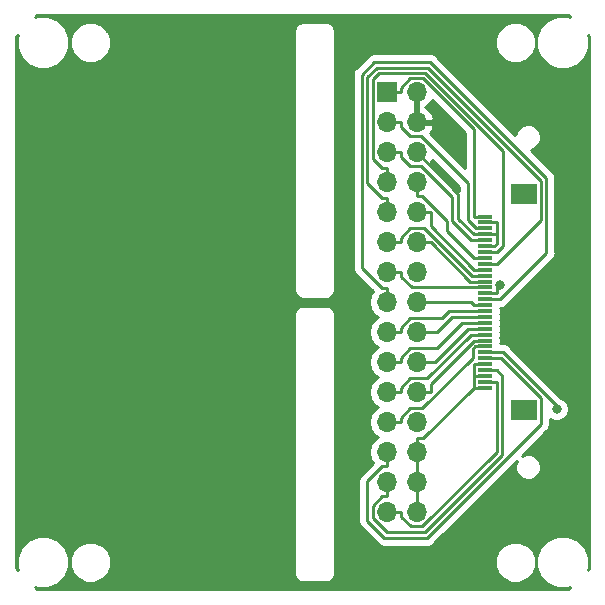
<source format=gbr>
G04 #@! TF.GenerationSoftware,KiCad,Pcbnew,5.0.2-bee76a0~70~ubuntu18.04.1*
G04 #@! TF.CreationDate,2019-05-12T18:15:27+09:00*
G04 #@! TF.ProjectId,top_pcb,746f705f-7063-4622-9e6b-696361645f70,rev?*
G04 #@! TF.SameCoordinates,Original*
G04 #@! TF.FileFunction,Copper,L2,Bot*
G04 #@! TF.FilePolarity,Positive*
%FSLAX46Y46*%
G04 Gerber Fmt 4.6, Leading zero omitted, Abs format (unit mm)*
G04 Created by KiCad (PCBNEW 5.0.2-bee76a0~70~ubuntu18.04.1) date 2019年05月12日 18時15分27秒*
%MOMM*%
%LPD*%
G01*
G04 APERTURE LIST*
G04 #@! TA.AperFunction,SMDPad,CuDef*
%ADD10R,2.200000X1.800000*%
G04 #@! TD*
G04 #@! TA.AperFunction,SMDPad,CuDef*
%ADD11R,1.300000X0.300000*%
G04 #@! TD*
G04 #@! TA.AperFunction,ComponentPad*
%ADD12R,1.700000X1.700000*%
G04 #@! TD*
G04 #@! TA.AperFunction,ComponentPad*
%ADD13O,1.700000X1.700000*%
G04 #@! TD*
G04 #@! TA.AperFunction,ViaPad*
%ADD14C,0.800000*%
G04 #@! TD*
G04 #@! TA.AperFunction,Conductor*
%ADD15C,0.250000*%
G04 #@! TD*
G04 #@! TA.AperFunction,Conductor*
%ADD16C,0.254000*%
G04 #@! TD*
G04 APERTURE END LIST*
D10*
G04 #@! TO.P,J1,MP*
G04 #@! TO.N,N/C*
X143704000Y-84150000D03*
X143704000Y-65850000D03*
D11*
G04 #@! TO.P,J1,1*
G04 #@! TO.N,G35*
X140454000Y-67750000D03*
G04 #@! TO.P,J1,2*
G04 #@! TO.N,GND*
X140454000Y-68250000D03*
G04 #@! TO.P,J1,3*
G04 #@! TO.N,G36*
X140454000Y-68750000D03*
G04 #@! TO.P,J1,4*
G04 #@! TO.N,GND*
X140454000Y-69250000D03*
G04 #@! TO.P,J1,5*
G04 #@! TO.N,RST*
X140454000Y-69750000D03*
G04 #@! TO.P,J1,6*
G04 #@! TO.N,GND*
X140454000Y-70250000D03*
G04 #@! TO.P,J1,7*
G04 #@! TO.N,G25*
X140454000Y-70750000D03*
G04 #@! TO.P,J1,8*
G04 #@! TO.N,G23*
X140454000Y-71250000D03*
G04 #@! TO.P,J1,9*
G04 #@! TO.N,G26*
X140454000Y-71750000D03*
G04 #@! TO.P,J1,10*
G04 #@! TO.N,G19*
X140454000Y-72250000D03*
G04 #@! TO.P,J1,11*
G04 #@! TO.N,+3V3*
X140454000Y-72750000D03*
G04 #@! TO.P,J1,12*
G04 #@! TO.N,G18*
X140454000Y-73250000D03*
G04 #@! TO.P,J1,13*
G04 #@! TO.N,G1*
X140454000Y-73750000D03*
G04 #@! TO.P,J1,14*
G04 #@! TO.N,G3*
X140454000Y-74250000D03*
G04 #@! TO.P,J1,15*
G04 #@! TO.N,G17*
X140454000Y-74750000D03*
G04 #@! TO.P,J1,16*
G04 #@! TO.N,G16*
X140454000Y-75250000D03*
G04 #@! TO.P,J1,17*
G04 #@! TO.N,G22*
X140454000Y-75750000D03*
G04 #@! TO.P,J1,18*
G04 #@! TO.N,G21*
X140454000Y-76250000D03*
G04 #@! TO.P,J1,19*
G04 #@! TO.N,G5*
X140454000Y-76750000D03*
G04 #@! TO.P,J1,20*
G04 #@! TO.N,G2*
X140454000Y-77250000D03*
G04 #@! TO.P,J1,21*
G04 #@! TO.N,G13*
X140454000Y-77750000D03*
G04 #@! TO.P,J1,22*
G04 #@! TO.N,G12*
X140454000Y-78250000D03*
G04 #@! TO.P,J1,23*
G04 #@! TO.N,G0*
X140454000Y-78750000D03*
G04 #@! TO.P,J1,24*
G04 #@! TO.N,G15*
X140454000Y-79250000D03*
G04 #@! TO.P,J1,25*
G04 #@! TO.N,G34*
X140454000Y-79750000D03*
G04 #@! TO.P,J1,26*
G04 #@! TO.N,HPWR*
X140454000Y-80250000D03*
G04 #@! TO.P,J1,27*
G04 #@! TO.N,+5V*
X140454000Y-80750000D03*
G04 #@! TO.P,J1,28*
G04 #@! TO.N,HPWR*
X140454000Y-81250000D03*
G04 #@! TO.P,J1,29*
G04 #@! TO.N,+BATT*
X140454000Y-81750000D03*
G04 #@! TO.P,J1,30*
G04 #@! TO.N,HPWR*
X140454000Y-82250000D03*
G04 #@! TD*
D12*
G04 #@! TO.P,J3,1*
G04 #@! TO.N,G35*
X132105000Y-57220000D03*
D13*
G04 #@! TO.P,J3,2*
G04 #@! TO.N,GND*
X134645000Y-57220000D03*
G04 #@! TO.P,J3,3*
G04 #@! TO.N,G36*
X132105000Y-59760000D03*
G04 #@! TO.P,J3,4*
G04 #@! TO.N,GND*
X134645000Y-59760000D03*
G04 #@! TO.P,J3,5*
G04 #@! TO.N,RST*
X132105000Y-62300000D03*
G04 #@! TO.P,J3,6*
G04 #@! TO.N,GND*
X134645000Y-62300000D03*
G04 #@! TO.P,J3,7*
G04 #@! TO.N,G25*
X132105000Y-64840000D03*
G04 #@! TO.P,J3,8*
G04 #@! TO.N,G23*
X134645000Y-64840000D03*
G04 #@! TO.P,J3,9*
G04 #@! TO.N,G26*
X132105000Y-67380000D03*
G04 #@! TO.P,J3,10*
G04 #@! TO.N,G19*
X134645000Y-67380000D03*
G04 #@! TO.P,J3,11*
G04 #@! TO.N,+3V3*
X132105000Y-69920000D03*
G04 #@! TO.P,J3,12*
G04 #@! TO.N,G18*
X134645000Y-69920000D03*
G04 #@! TO.P,J3,13*
G04 #@! TO.N,G1*
X132105000Y-72460000D03*
G04 #@! TO.P,J3,14*
G04 #@! TO.N,G3*
X134645000Y-72460000D03*
G04 #@! TO.P,J3,15*
G04 #@! TO.N,G17*
X132105000Y-75000000D03*
G04 #@! TO.P,J3,16*
G04 #@! TO.N,G16*
X134645000Y-75000000D03*
G04 #@! TO.P,J3,17*
G04 #@! TO.N,G22*
X132105000Y-77540000D03*
G04 #@! TO.P,J3,18*
G04 #@! TO.N,G21*
X134645000Y-77540000D03*
G04 #@! TO.P,J3,19*
G04 #@! TO.N,G5*
X132105000Y-80080000D03*
G04 #@! TO.P,J3,20*
G04 #@! TO.N,G2*
X134645000Y-80080000D03*
G04 #@! TO.P,J3,21*
G04 #@! TO.N,G13*
X132105000Y-82620000D03*
G04 #@! TO.P,J3,22*
G04 #@! TO.N,G12*
X134645000Y-82620000D03*
G04 #@! TO.P,J3,23*
G04 #@! TO.N,G0*
X132105000Y-85160000D03*
G04 #@! TO.P,J3,24*
G04 #@! TO.N,G15*
X134645000Y-85160000D03*
G04 #@! TO.P,J3,25*
G04 #@! TO.N,G34*
X132105000Y-87700000D03*
G04 #@! TO.P,J3,26*
G04 #@! TO.N,HPWR*
X134645000Y-87700000D03*
G04 #@! TO.P,J3,27*
G04 #@! TO.N,+5V*
X132105000Y-90240000D03*
G04 #@! TO.P,J3,28*
G04 #@! TO.N,HPWR*
X134645000Y-90240000D03*
G04 #@! TO.P,J3,29*
G04 #@! TO.N,+BATT*
X132105000Y-92780000D03*
G04 #@! TO.P,J3,30*
G04 #@! TO.N,HPWR*
X134645000Y-92780000D03*
G04 #@! TD*
D14*
G04 #@! TO.N,GND*
X144411700Y-55232300D03*
X105740200Y-55270400D03*
X105638600Y-94919800D03*
X144284700Y-94856300D03*
G04 #@! TO.N,G3*
X141731600Y-73577600D03*
G04 #@! TO.N,G15*
X146481600Y-84045900D03*
G04 #@! TD*
D15*
G04 #@! TO.N,GND*
X140454000Y-69250000D02*
X139478700Y-69250000D01*
X134645000Y-62300000D02*
X138173600Y-65828600D01*
X138173600Y-65828600D02*
X138173600Y-67944900D01*
X138173600Y-67944900D02*
X139478700Y-69250000D01*
X134645000Y-57220000D02*
X134645000Y-59760000D01*
X140454000Y-68250000D02*
X141429300Y-68250000D01*
X141429300Y-69250000D02*
X141429300Y-68250000D01*
X141316700Y-69250000D02*
X141429300Y-69250000D01*
X140454000Y-69250000D02*
X141316700Y-69250000D01*
X140454000Y-70250000D02*
X141215800Y-70250000D01*
X141215800Y-70250000D02*
X141429300Y-70036500D01*
X141429300Y-70036500D02*
X141429300Y-69250000D01*
X105740200Y-55270400D02*
X105740200Y-94818200D01*
X105740200Y-94818200D02*
X105638600Y-94919800D01*
G04 #@! TO.N,G23*
X134645000Y-66015300D02*
X135096000Y-66015300D01*
X135096000Y-66015300D02*
X137168400Y-68087700D01*
X137168400Y-68087700D02*
X137168400Y-68939700D01*
X137168400Y-68939700D02*
X139478700Y-71250000D01*
X140454000Y-71250000D02*
X139478700Y-71250000D01*
X134645000Y-64840000D02*
X134645000Y-66015300D01*
G04 #@! TO.N,G19*
X135820300Y-67380000D02*
X135820300Y-68591600D01*
X135820300Y-68591600D02*
X139478700Y-72250000D01*
X140454000Y-72250000D02*
X139478700Y-72250000D01*
X134645000Y-67380000D02*
X135820300Y-67380000D01*
G04 #@! TO.N,G18*
X135820300Y-69920000D02*
X139150300Y-73250000D01*
X139150300Y-73250000D02*
X140454000Y-73250000D01*
X134645000Y-69920000D02*
X135820300Y-69920000D01*
G04 #@! TO.N,G3*
X140454000Y-74250000D02*
X141429300Y-74250000D01*
X141429300Y-74250000D02*
X141429300Y-73879900D01*
X141429300Y-73879900D02*
X141731600Y-73577600D01*
G04 #@! TO.N,G16*
X139478700Y-75250000D02*
X139228700Y-75000000D01*
X139228700Y-75000000D02*
X135820300Y-75000000D01*
X140454000Y-75250000D02*
X139478700Y-75250000D01*
X134645000Y-75000000D02*
X135820300Y-75000000D01*
G04 #@! TO.N,G21*
X134645000Y-77540000D02*
X136338400Y-77540000D01*
X136338400Y-77540000D02*
X137628400Y-76250000D01*
X137628400Y-76250000D02*
X140454000Y-76250000D01*
G04 #@! TO.N,G2*
X134645000Y-80080000D02*
X136192600Y-80080000D01*
X136192600Y-80080000D02*
X139022600Y-77250000D01*
X139022600Y-77250000D02*
X140454000Y-77250000D01*
G04 #@! TO.N,G12*
X140454000Y-78250000D02*
X139478700Y-78250000D01*
X134645000Y-82620000D02*
X135820300Y-82620000D01*
X135820300Y-82620000D02*
X135820300Y-81908400D01*
X135820300Y-81908400D02*
X139478700Y-78250000D01*
G04 #@! TO.N,G15*
X140454000Y-79250000D02*
X141957300Y-79250000D01*
X141957300Y-79250000D02*
X146481600Y-83774300D01*
X146481600Y-83774300D02*
X146481600Y-84045900D01*
G04 #@! TO.N,HPWR*
X134645000Y-90240000D02*
X134645000Y-87700000D01*
X134645000Y-92780000D02*
X134645000Y-90240000D01*
X140454000Y-80250000D02*
X139478700Y-80250000D01*
X139478700Y-81250000D02*
X139478700Y-80250000D01*
X139478700Y-82250000D02*
X139478700Y-81250000D01*
X134645000Y-86524700D02*
X135204000Y-86524700D01*
X135204000Y-86524700D02*
X139478700Y-82250000D01*
X140454000Y-81250000D02*
X139478700Y-81250000D01*
X134645000Y-87700000D02*
X134645000Y-86524700D01*
X140454000Y-82250000D02*
X139478700Y-82250000D01*
G04 #@! TO.N,+BATT*
X140454000Y-81750000D02*
X141429300Y-81750000D01*
X132105000Y-92780000D02*
X133280300Y-92780000D01*
X133280300Y-92780000D02*
X133280300Y-93147300D01*
X133280300Y-93147300D02*
X134118200Y-93985200D01*
X134118200Y-93985200D02*
X135133500Y-93985200D01*
X135133500Y-93985200D02*
X141429300Y-87689400D01*
X141429300Y-87689400D02*
X141429300Y-81750000D01*
G04 #@! TO.N,+5V*
X140454000Y-80750000D02*
X141429300Y-80750000D01*
X132105000Y-90240000D02*
X132105000Y-91415300D01*
X132105000Y-91415300D02*
X131737700Y-91415300D01*
X131737700Y-91415300D02*
X130923400Y-92229600D01*
X130923400Y-92229600D02*
X130923400Y-93310500D01*
X130923400Y-93310500D02*
X132090600Y-94477700D01*
X132090600Y-94477700D02*
X135321500Y-94477700D01*
X135321500Y-94477700D02*
X141890400Y-87908800D01*
X141890400Y-87908800D02*
X141890400Y-81211100D01*
X141890400Y-81211100D02*
X141429300Y-80750000D01*
G04 #@! TO.N,G34*
X132105000Y-88875300D02*
X131739700Y-88875300D01*
X131739700Y-88875300D02*
X130473000Y-90142000D01*
X130473000Y-90142000D02*
X130473000Y-93497000D01*
X130473000Y-93497000D02*
X131904100Y-94928100D01*
X131904100Y-94928100D02*
X135551600Y-94928100D01*
X135551600Y-94928100D02*
X145129400Y-85350300D01*
X145129400Y-85350300D02*
X145129400Y-83071000D01*
X145129400Y-83071000D02*
X141808400Y-79750000D01*
X141808400Y-79750000D02*
X140454000Y-79750000D01*
X132105000Y-87700000D02*
X132105000Y-88875300D01*
G04 #@! TO.N,G0*
X132105000Y-85160000D02*
X133280300Y-85160000D01*
X133280300Y-85160000D02*
X133280300Y-84792600D01*
X133280300Y-84792600D02*
X134088200Y-83984700D01*
X134088200Y-83984700D02*
X135105100Y-83984700D01*
X135105100Y-83984700D02*
X139375500Y-79714300D01*
X139375500Y-79714300D02*
X139375500Y-78990100D01*
X139375500Y-78990100D02*
X139615600Y-78750000D01*
X139615600Y-78750000D02*
X140454000Y-78750000D01*
G04 #@! TO.N,G13*
X140454000Y-77750000D02*
X139478700Y-77750000D01*
X133280300Y-82620000D02*
X133280300Y-82252600D01*
X133280300Y-82252600D02*
X134088200Y-81444700D01*
X134088200Y-81444700D02*
X135533200Y-81444700D01*
X135533200Y-81444700D02*
X139227900Y-77750000D01*
X139227900Y-77750000D02*
X139478700Y-77750000D01*
X132105000Y-82620000D02*
X133280300Y-82620000D01*
G04 #@! TO.N,G5*
X140454000Y-76750000D02*
X138518300Y-76750000D01*
X138518300Y-76750000D02*
X136363600Y-78904700D01*
X136363600Y-78904700D02*
X134088200Y-78904700D01*
X134088200Y-78904700D02*
X133280300Y-79712600D01*
X133280300Y-79712600D02*
X133280300Y-80080000D01*
X132105000Y-80080000D02*
X133280300Y-80080000D01*
G04 #@! TO.N,G22*
X132105000Y-77540000D02*
X133280300Y-77540000D01*
X133280300Y-77540000D02*
X133280300Y-77172600D01*
X133280300Y-77172600D02*
X134088200Y-76364700D01*
X134088200Y-76364700D02*
X136756300Y-76364700D01*
X136756300Y-76364700D02*
X137371000Y-75750000D01*
X137371000Y-75750000D02*
X140454000Y-75750000D01*
G04 #@! TO.N,G17*
X141429300Y-74750000D02*
X141682400Y-74750000D01*
X141682400Y-74750000D02*
X145625300Y-70807100D01*
X145625300Y-70807100D02*
X145625300Y-64522700D01*
X145625300Y-64522700D02*
X135796300Y-54693700D01*
X135796300Y-54693700D02*
X131029500Y-54693700D01*
X131029500Y-54693700D02*
X129986900Y-55736300D01*
X129986900Y-55736300D02*
X129986900Y-72073900D01*
X129986900Y-72073900D02*
X131737700Y-73824700D01*
X131737700Y-73824700D02*
X132105000Y-73824700D01*
X132105000Y-75000000D02*
X132105000Y-73824700D01*
X140454000Y-74750000D02*
X141429300Y-74750000D01*
G04 #@! TO.N,G1*
X132105000Y-72460000D02*
X133280300Y-72460000D01*
X133280300Y-72460000D02*
X133280300Y-72827300D01*
X133280300Y-72827300D02*
X134203000Y-73750000D01*
X134203000Y-73750000D02*
X140454000Y-73750000D01*
G04 #@! TO.N,G26*
X140454000Y-71750000D02*
X141429300Y-71750000D01*
X141429300Y-71750000D02*
X145175000Y-68004300D01*
X145175000Y-68004300D02*
X145175000Y-64709300D01*
X145175000Y-64709300D02*
X135609700Y-55144000D01*
X135609700Y-55144000D02*
X131257500Y-55144000D01*
X131257500Y-55144000D02*
X130451400Y-55950100D01*
X130451400Y-55950100D02*
X130451400Y-64918500D01*
X130451400Y-64918500D02*
X131737600Y-66204700D01*
X131737600Y-66204700D02*
X132105000Y-66204700D01*
X132105000Y-67380000D02*
X132105000Y-66204700D01*
G04 #@! TO.N,G25*
X132105000Y-64840000D02*
X132105000Y-63664700D01*
X141429300Y-70750000D02*
X141929300Y-70250000D01*
X141929300Y-70250000D02*
X141929300Y-62180100D01*
X141929300Y-62180100D02*
X135343500Y-55594300D01*
X135343500Y-55594300D02*
X131463800Y-55594300D01*
X131463800Y-55594300D02*
X130929700Y-56128400D01*
X130929700Y-56128400D02*
X130929700Y-62856800D01*
X130929700Y-62856800D02*
X131737600Y-63664700D01*
X131737600Y-63664700D02*
X132105000Y-63664700D01*
X140454000Y-70750000D02*
X141429300Y-70750000D01*
G04 #@! TO.N,RST*
X133280300Y-62300000D02*
X133280300Y-62667400D01*
X133280300Y-62667400D02*
X134088200Y-63475300D01*
X134088200Y-63475300D02*
X135012400Y-63475300D01*
X135012400Y-63475300D02*
X137618700Y-66081600D01*
X137618700Y-66081600D02*
X137618700Y-68089000D01*
X137618700Y-68089000D02*
X139279700Y-69750000D01*
X139279700Y-69750000D02*
X139478700Y-69750000D01*
X140454000Y-69750000D02*
X139478700Y-69750000D01*
X132105000Y-62300000D02*
X133280300Y-62300000D01*
G04 #@! TO.N,G36*
X132105000Y-59760000D02*
X133280300Y-59760000D01*
X133280300Y-59760000D02*
X133280300Y-60127400D01*
X133280300Y-60127400D02*
X134088200Y-60935300D01*
X134088200Y-60935300D02*
X134969700Y-60935300D01*
X134969700Y-60935300D02*
X138985000Y-64950600D01*
X138985000Y-64950600D02*
X138985000Y-68046100D01*
X138985000Y-68046100D02*
X139688900Y-68750000D01*
X139688900Y-68750000D02*
X140454000Y-68750000D01*
G04 #@! TO.N,G35*
X140454000Y-67750000D02*
X139478700Y-67750000D01*
X132105000Y-57220000D02*
X133280300Y-57220000D01*
X133280300Y-57220000D02*
X133280300Y-56852600D01*
X133280300Y-56852600D02*
X134088200Y-56044700D01*
X134088200Y-56044700D02*
X135157000Y-56044700D01*
X135157000Y-56044700D02*
X139478700Y-60366400D01*
X139478700Y-60366400D02*
X139478700Y-67750000D01*
G04 #@! TO.N,+3V3*
X132105000Y-69920000D02*
X133280300Y-69920000D01*
X133280300Y-69920000D02*
X133280300Y-69552700D01*
X133280300Y-69552700D02*
X134107000Y-68726000D01*
X134107000Y-68726000D02*
X135263200Y-68726000D01*
X135263200Y-68726000D02*
X139287200Y-72750000D01*
X139287200Y-72750000D02*
X140454000Y-72750000D01*
G04 #@! TD*
D16*
G04 #@! TO.N,GND*
G36*
X147643175Y-50847265D02*
X147444569Y-50765000D01*
X146555431Y-50765000D01*
X145733974Y-51105259D01*
X145105259Y-51733974D01*
X144765000Y-52555431D01*
X144765000Y-53444569D01*
X145105259Y-54266026D01*
X145733974Y-54894741D01*
X146555431Y-55235000D01*
X147444569Y-55235000D01*
X148266026Y-54894741D01*
X148894741Y-54266026D01*
X149235000Y-53444569D01*
X149235000Y-52555431D01*
X149152736Y-52356827D01*
X149265000Y-52469092D01*
X149265001Y-97530907D01*
X149152736Y-97643173D01*
X149235000Y-97444569D01*
X149235000Y-96555431D01*
X148894741Y-95733974D01*
X148266026Y-95105259D01*
X147444569Y-94765000D01*
X146555431Y-94765000D01*
X145733974Y-95105259D01*
X145105259Y-95733974D01*
X144765000Y-96555431D01*
X144765000Y-97444569D01*
X145105259Y-98266026D01*
X145733974Y-98894741D01*
X146555431Y-99235000D01*
X147444569Y-99235000D01*
X147643175Y-99152735D01*
X147505910Y-99290000D01*
X102494092Y-99290000D01*
X102356827Y-99152736D01*
X102555431Y-99235000D01*
X103444569Y-99235000D01*
X104266026Y-98894741D01*
X104894741Y-98266026D01*
X105235000Y-97444569D01*
X105235000Y-96654887D01*
X105265000Y-96654887D01*
X105265000Y-97345113D01*
X105529138Y-97982799D01*
X106017201Y-98470862D01*
X106654887Y-98735000D01*
X107345113Y-98735000D01*
X107982799Y-98470862D01*
X108470862Y-97982799D01*
X108735000Y-97345113D01*
X108735000Y-96654887D01*
X108470862Y-96017201D01*
X107982799Y-95529138D01*
X107345113Y-95265000D01*
X106654887Y-95265000D01*
X106017201Y-95529138D01*
X105529138Y-96017201D01*
X105265000Y-96654887D01*
X105235000Y-96654887D01*
X105235000Y-96555431D01*
X104894741Y-95733974D01*
X104266026Y-95105259D01*
X103444569Y-94765000D01*
X102555431Y-94765000D01*
X101733974Y-95105259D01*
X101105259Y-95733974D01*
X100765000Y-96555431D01*
X100765000Y-97444569D01*
X100847265Y-97643175D01*
X100710000Y-97505910D01*
X100710000Y-76000000D01*
X124276091Y-76000000D01*
X124290000Y-76069926D01*
X124290001Y-97930069D01*
X124276091Y-98000000D01*
X124331195Y-98277028D01*
X124488119Y-98511881D01*
X124722972Y-98668805D01*
X124930074Y-98710000D01*
X124930075Y-98710000D01*
X125000000Y-98723909D01*
X125069926Y-98710000D01*
X126930074Y-98710000D01*
X127000000Y-98723909D01*
X127069925Y-98710000D01*
X127069926Y-98710000D01*
X127277028Y-98668805D01*
X127511881Y-98511881D01*
X127668805Y-98277028D01*
X127708587Y-98077028D01*
X127710000Y-98069926D01*
X127710000Y-98069925D01*
X127723909Y-98000000D01*
X127710000Y-97930074D01*
X127710000Y-96654887D01*
X141265000Y-96654887D01*
X141265000Y-97345113D01*
X141529138Y-97982799D01*
X142017201Y-98470862D01*
X142654887Y-98735000D01*
X143345113Y-98735000D01*
X143982799Y-98470862D01*
X144470862Y-97982799D01*
X144735000Y-97345113D01*
X144735000Y-96654887D01*
X144470862Y-96017201D01*
X143982799Y-95529138D01*
X143345113Y-95265000D01*
X142654887Y-95265000D01*
X142017201Y-95529138D01*
X141529138Y-96017201D01*
X141265000Y-96654887D01*
X127710000Y-96654887D01*
X127710000Y-76069926D01*
X127723909Y-76000000D01*
X127668805Y-75722972D01*
X127511881Y-75488119D01*
X127277028Y-75331195D01*
X127069926Y-75290000D01*
X127000000Y-75276091D01*
X126930075Y-75290000D01*
X125069925Y-75290000D01*
X125000000Y-75276091D01*
X124930074Y-75290000D01*
X124722972Y-75331195D01*
X124488119Y-75488119D01*
X124331195Y-75722972D01*
X124276091Y-76000000D01*
X100710000Y-76000000D01*
X100710000Y-52494090D01*
X100847265Y-52356825D01*
X100765000Y-52555431D01*
X100765000Y-53444569D01*
X101105259Y-54266026D01*
X101733974Y-54894741D01*
X102555431Y-55235000D01*
X103444569Y-55235000D01*
X104266026Y-54894741D01*
X104894741Y-54266026D01*
X105235000Y-53444569D01*
X105235000Y-52654887D01*
X105265000Y-52654887D01*
X105265000Y-53345113D01*
X105529138Y-53982799D01*
X106017201Y-54470862D01*
X106654887Y-54735000D01*
X107345113Y-54735000D01*
X107982799Y-54470862D01*
X108470862Y-53982799D01*
X108735000Y-53345113D01*
X108735000Y-52654887D01*
X108470862Y-52017201D01*
X108453661Y-52000000D01*
X124276091Y-52000000D01*
X124290000Y-52069926D01*
X124290001Y-73930069D01*
X124276091Y-74000000D01*
X124331195Y-74277028D01*
X124488119Y-74511881D01*
X124722972Y-74668805D01*
X124930074Y-74710000D01*
X124930075Y-74710000D01*
X125000000Y-74723909D01*
X125069926Y-74710000D01*
X126930074Y-74710000D01*
X127000000Y-74723909D01*
X127069925Y-74710000D01*
X127069926Y-74710000D01*
X127277028Y-74668805D01*
X127511881Y-74511881D01*
X127668805Y-74277028D01*
X127723909Y-74000000D01*
X127710000Y-73930074D01*
X127710000Y-55736300D01*
X129212012Y-55736300D01*
X129226900Y-55811147D01*
X129226901Y-71999048D01*
X129212012Y-72073900D01*
X129270997Y-72370437D01*
X129389267Y-72547440D01*
X129438972Y-72621829D01*
X129502428Y-72664229D01*
X130927509Y-74089311D01*
X130706161Y-74420582D01*
X130590908Y-75000000D01*
X130706161Y-75579418D01*
X131034375Y-76070625D01*
X131332761Y-76270000D01*
X131034375Y-76469375D01*
X130706161Y-76960582D01*
X130590908Y-77540000D01*
X130706161Y-78119418D01*
X131034375Y-78610625D01*
X131332761Y-78810000D01*
X131034375Y-79009375D01*
X130706161Y-79500582D01*
X130590908Y-80080000D01*
X130706161Y-80659418D01*
X131034375Y-81150625D01*
X131332761Y-81350000D01*
X131034375Y-81549375D01*
X130706161Y-82040582D01*
X130590908Y-82620000D01*
X130706161Y-83199418D01*
X131034375Y-83690625D01*
X131332761Y-83890000D01*
X131034375Y-84089375D01*
X130706161Y-84580582D01*
X130590908Y-85160000D01*
X130706161Y-85739418D01*
X131034375Y-86230625D01*
X131332761Y-86430000D01*
X131034375Y-86629375D01*
X130706161Y-87120582D01*
X130590908Y-87700000D01*
X130706161Y-88279418D01*
X130928310Y-88611887D01*
X129988530Y-89551669D01*
X129925071Y-89594071D01*
X129757096Y-89845464D01*
X129713000Y-90067149D01*
X129713000Y-90067153D01*
X129698112Y-90142000D01*
X129713000Y-90216847D01*
X129713001Y-93422148D01*
X129698112Y-93497000D01*
X129757097Y-93793537D01*
X129843060Y-93922189D01*
X129925072Y-94044929D01*
X129988528Y-94087329D01*
X131313771Y-95412573D01*
X131356171Y-95476029D01*
X131607563Y-95644004D01*
X131829248Y-95688100D01*
X131829252Y-95688100D01*
X131904099Y-95702988D01*
X131978946Y-95688100D01*
X135476753Y-95688100D01*
X135551600Y-95702988D01*
X135626447Y-95688100D01*
X135626452Y-95688100D01*
X135848137Y-95644004D01*
X136099529Y-95476029D01*
X136141931Y-95412570D01*
X143122417Y-88432085D01*
X142989000Y-88754180D01*
X142989000Y-89185820D01*
X143154182Y-89584603D01*
X143459397Y-89889818D01*
X143858180Y-90055000D01*
X144289820Y-90055000D01*
X144688603Y-89889818D01*
X144993818Y-89584603D01*
X145159000Y-89185820D01*
X145159000Y-88754180D01*
X144993818Y-88355397D01*
X144688603Y-88050182D01*
X144289820Y-87885000D01*
X143858180Y-87885000D01*
X143536085Y-88018417D01*
X145613873Y-85940629D01*
X145677329Y-85898229D01*
X145737086Y-85808796D01*
X145845304Y-85646838D01*
X145854880Y-85598695D01*
X145889400Y-85425152D01*
X145889400Y-85425148D01*
X145904288Y-85350300D01*
X145889400Y-85275452D01*
X145889400Y-84917411D01*
X145895320Y-84923331D01*
X146275726Y-85080900D01*
X146687474Y-85080900D01*
X147067880Y-84923331D01*
X147359031Y-84632180D01*
X147516600Y-84251774D01*
X147516600Y-83840026D01*
X147359031Y-83459620D01*
X147067880Y-83168469D01*
X146867623Y-83085520D01*
X142547631Y-78765530D01*
X142505229Y-78702071D01*
X142253837Y-78534096D01*
X142032152Y-78490000D01*
X142032147Y-78490000D01*
X141957300Y-78475112D01*
X141882453Y-78490000D01*
X141733538Y-78490000D01*
X141751440Y-78400000D01*
X141751440Y-78100000D01*
X141731549Y-78000000D01*
X141751440Y-77900000D01*
X141751440Y-77600000D01*
X141731549Y-77500000D01*
X141751440Y-77400000D01*
X141751440Y-77100000D01*
X141731549Y-77000000D01*
X141751440Y-76900000D01*
X141751440Y-76600000D01*
X141731549Y-76500000D01*
X141751440Y-76400000D01*
X141751440Y-76100000D01*
X141731549Y-76000000D01*
X141751440Y-75900000D01*
X141751440Y-75600000D01*
X141734440Y-75514536D01*
X141757247Y-75510000D01*
X141757252Y-75510000D01*
X141978937Y-75465904D01*
X142230329Y-75297929D01*
X142272731Y-75234470D01*
X146109773Y-71397429D01*
X146173229Y-71355029D01*
X146243407Y-71250000D01*
X146341204Y-71103638D01*
X146361452Y-71001843D01*
X146385300Y-70881952D01*
X146385300Y-70881948D01*
X146400188Y-70807100D01*
X146385300Y-70732252D01*
X146385300Y-64597546D01*
X146400188Y-64522699D01*
X146385300Y-64447852D01*
X146385300Y-64447848D01*
X146341204Y-64226163D01*
X146173229Y-63974771D01*
X146109773Y-63932371D01*
X144291646Y-62114244D01*
X144688603Y-61949818D01*
X144993818Y-61644603D01*
X145159000Y-61245820D01*
X145159000Y-60814180D01*
X144993818Y-60415397D01*
X144688603Y-60110182D01*
X144289820Y-59945000D01*
X143858180Y-59945000D01*
X143459397Y-60110182D01*
X143154182Y-60415397D01*
X142989756Y-60812354D01*
X136386631Y-54209230D01*
X136344229Y-54145771D01*
X136092837Y-53977796D01*
X135871152Y-53933700D01*
X135871147Y-53933700D01*
X135796300Y-53918812D01*
X135721453Y-53933700D01*
X131104346Y-53933700D01*
X131029499Y-53918812D01*
X130954652Y-53933700D01*
X130954648Y-53933700D01*
X130732963Y-53977796D01*
X130481571Y-54145771D01*
X130439171Y-54209227D01*
X129502430Y-55145969D01*
X129438971Y-55188371D01*
X129270996Y-55439764D01*
X129226900Y-55661449D01*
X129226900Y-55661453D01*
X129212012Y-55736300D01*
X127710000Y-55736300D01*
X127710000Y-52654887D01*
X141265000Y-52654887D01*
X141265000Y-53345113D01*
X141529138Y-53982799D01*
X142017201Y-54470862D01*
X142654887Y-54735000D01*
X143345113Y-54735000D01*
X143982799Y-54470862D01*
X144470862Y-53982799D01*
X144735000Y-53345113D01*
X144735000Y-52654887D01*
X144470862Y-52017201D01*
X143982799Y-51529138D01*
X143345113Y-51265000D01*
X142654887Y-51265000D01*
X142017201Y-51529138D01*
X141529138Y-52017201D01*
X141265000Y-52654887D01*
X127710000Y-52654887D01*
X127710000Y-52069926D01*
X127723909Y-52000000D01*
X127668805Y-51722972D01*
X127511881Y-51488119D01*
X127277028Y-51331195D01*
X127069926Y-51290000D01*
X127000000Y-51276091D01*
X126930075Y-51290000D01*
X125069925Y-51290000D01*
X125000000Y-51276091D01*
X124930074Y-51290000D01*
X124722972Y-51331195D01*
X124488119Y-51488119D01*
X124331195Y-51722972D01*
X124276091Y-52000000D01*
X108453661Y-52000000D01*
X107982799Y-51529138D01*
X107345113Y-51265000D01*
X106654887Y-51265000D01*
X106017201Y-51529138D01*
X105529138Y-52017201D01*
X105265000Y-52654887D01*
X105235000Y-52654887D01*
X105235000Y-52555431D01*
X104894741Y-51733974D01*
X104266026Y-51105259D01*
X103444569Y-50765000D01*
X102555431Y-50765000D01*
X102356827Y-50847264D01*
X102494092Y-50710000D01*
X147505910Y-50710000D01*
X147643175Y-50847265D01*
X147643175Y-50847265D01*
G37*
X147643175Y-50847265D02*
X147444569Y-50765000D01*
X146555431Y-50765000D01*
X145733974Y-51105259D01*
X145105259Y-51733974D01*
X144765000Y-52555431D01*
X144765000Y-53444569D01*
X145105259Y-54266026D01*
X145733974Y-54894741D01*
X146555431Y-55235000D01*
X147444569Y-55235000D01*
X148266026Y-54894741D01*
X148894741Y-54266026D01*
X149235000Y-53444569D01*
X149235000Y-52555431D01*
X149152736Y-52356827D01*
X149265000Y-52469092D01*
X149265001Y-97530907D01*
X149152736Y-97643173D01*
X149235000Y-97444569D01*
X149235000Y-96555431D01*
X148894741Y-95733974D01*
X148266026Y-95105259D01*
X147444569Y-94765000D01*
X146555431Y-94765000D01*
X145733974Y-95105259D01*
X145105259Y-95733974D01*
X144765000Y-96555431D01*
X144765000Y-97444569D01*
X145105259Y-98266026D01*
X145733974Y-98894741D01*
X146555431Y-99235000D01*
X147444569Y-99235000D01*
X147643175Y-99152735D01*
X147505910Y-99290000D01*
X102494092Y-99290000D01*
X102356827Y-99152736D01*
X102555431Y-99235000D01*
X103444569Y-99235000D01*
X104266026Y-98894741D01*
X104894741Y-98266026D01*
X105235000Y-97444569D01*
X105235000Y-96654887D01*
X105265000Y-96654887D01*
X105265000Y-97345113D01*
X105529138Y-97982799D01*
X106017201Y-98470862D01*
X106654887Y-98735000D01*
X107345113Y-98735000D01*
X107982799Y-98470862D01*
X108470862Y-97982799D01*
X108735000Y-97345113D01*
X108735000Y-96654887D01*
X108470862Y-96017201D01*
X107982799Y-95529138D01*
X107345113Y-95265000D01*
X106654887Y-95265000D01*
X106017201Y-95529138D01*
X105529138Y-96017201D01*
X105265000Y-96654887D01*
X105235000Y-96654887D01*
X105235000Y-96555431D01*
X104894741Y-95733974D01*
X104266026Y-95105259D01*
X103444569Y-94765000D01*
X102555431Y-94765000D01*
X101733974Y-95105259D01*
X101105259Y-95733974D01*
X100765000Y-96555431D01*
X100765000Y-97444569D01*
X100847265Y-97643175D01*
X100710000Y-97505910D01*
X100710000Y-76000000D01*
X124276091Y-76000000D01*
X124290000Y-76069926D01*
X124290001Y-97930069D01*
X124276091Y-98000000D01*
X124331195Y-98277028D01*
X124488119Y-98511881D01*
X124722972Y-98668805D01*
X124930074Y-98710000D01*
X124930075Y-98710000D01*
X125000000Y-98723909D01*
X125069926Y-98710000D01*
X126930074Y-98710000D01*
X127000000Y-98723909D01*
X127069925Y-98710000D01*
X127069926Y-98710000D01*
X127277028Y-98668805D01*
X127511881Y-98511881D01*
X127668805Y-98277028D01*
X127708587Y-98077028D01*
X127710000Y-98069926D01*
X127710000Y-98069925D01*
X127723909Y-98000000D01*
X127710000Y-97930074D01*
X127710000Y-96654887D01*
X141265000Y-96654887D01*
X141265000Y-97345113D01*
X141529138Y-97982799D01*
X142017201Y-98470862D01*
X142654887Y-98735000D01*
X143345113Y-98735000D01*
X143982799Y-98470862D01*
X144470862Y-97982799D01*
X144735000Y-97345113D01*
X144735000Y-96654887D01*
X144470862Y-96017201D01*
X143982799Y-95529138D01*
X143345113Y-95265000D01*
X142654887Y-95265000D01*
X142017201Y-95529138D01*
X141529138Y-96017201D01*
X141265000Y-96654887D01*
X127710000Y-96654887D01*
X127710000Y-76069926D01*
X127723909Y-76000000D01*
X127668805Y-75722972D01*
X127511881Y-75488119D01*
X127277028Y-75331195D01*
X127069926Y-75290000D01*
X127000000Y-75276091D01*
X126930075Y-75290000D01*
X125069925Y-75290000D01*
X125000000Y-75276091D01*
X124930074Y-75290000D01*
X124722972Y-75331195D01*
X124488119Y-75488119D01*
X124331195Y-75722972D01*
X124276091Y-76000000D01*
X100710000Y-76000000D01*
X100710000Y-52494090D01*
X100847265Y-52356825D01*
X100765000Y-52555431D01*
X100765000Y-53444569D01*
X101105259Y-54266026D01*
X101733974Y-54894741D01*
X102555431Y-55235000D01*
X103444569Y-55235000D01*
X104266026Y-54894741D01*
X104894741Y-54266026D01*
X105235000Y-53444569D01*
X105235000Y-52654887D01*
X105265000Y-52654887D01*
X105265000Y-53345113D01*
X105529138Y-53982799D01*
X106017201Y-54470862D01*
X106654887Y-54735000D01*
X107345113Y-54735000D01*
X107982799Y-54470862D01*
X108470862Y-53982799D01*
X108735000Y-53345113D01*
X108735000Y-52654887D01*
X108470862Y-52017201D01*
X108453661Y-52000000D01*
X124276091Y-52000000D01*
X124290000Y-52069926D01*
X124290001Y-73930069D01*
X124276091Y-74000000D01*
X124331195Y-74277028D01*
X124488119Y-74511881D01*
X124722972Y-74668805D01*
X124930074Y-74710000D01*
X124930075Y-74710000D01*
X125000000Y-74723909D01*
X125069926Y-74710000D01*
X126930074Y-74710000D01*
X127000000Y-74723909D01*
X127069925Y-74710000D01*
X127069926Y-74710000D01*
X127277028Y-74668805D01*
X127511881Y-74511881D01*
X127668805Y-74277028D01*
X127723909Y-74000000D01*
X127710000Y-73930074D01*
X127710000Y-55736300D01*
X129212012Y-55736300D01*
X129226900Y-55811147D01*
X129226901Y-71999048D01*
X129212012Y-72073900D01*
X129270997Y-72370437D01*
X129389267Y-72547440D01*
X129438972Y-72621829D01*
X129502428Y-72664229D01*
X130927509Y-74089311D01*
X130706161Y-74420582D01*
X130590908Y-75000000D01*
X130706161Y-75579418D01*
X131034375Y-76070625D01*
X131332761Y-76270000D01*
X131034375Y-76469375D01*
X130706161Y-76960582D01*
X130590908Y-77540000D01*
X130706161Y-78119418D01*
X131034375Y-78610625D01*
X131332761Y-78810000D01*
X131034375Y-79009375D01*
X130706161Y-79500582D01*
X130590908Y-80080000D01*
X130706161Y-80659418D01*
X131034375Y-81150625D01*
X131332761Y-81350000D01*
X131034375Y-81549375D01*
X130706161Y-82040582D01*
X130590908Y-82620000D01*
X130706161Y-83199418D01*
X131034375Y-83690625D01*
X131332761Y-83890000D01*
X131034375Y-84089375D01*
X130706161Y-84580582D01*
X130590908Y-85160000D01*
X130706161Y-85739418D01*
X131034375Y-86230625D01*
X131332761Y-86430000D01*
X131034375Y-86629375D01*
X130706161Y-87120582D01*
X130590908Y-87700000D01*
X130706161Y-88279418D01*
X130928310Y-88611887D01*
X129988530Y-89551669D01*
X129925071Y-89594071D01*
X129757096Y-89845464D01*
X129713000Y-90067149D01*
X129713000Y-90067153D01*
X129698112Y-90142000D01*
X129713000Y-90216847D01*
X129713001Y-93422148D01*
X129698112Y-93497000D01*
X129757097Y-93793537D01*
X129843060Y-93922189D01*
X129925072Y-94044929D01*
X129988528Y-94087329D01*
X131313771Y-95412573D01*
X131356171Y-95476029D01*
X131607563Y-95644004D01*
X131829248Y-95688100D01*
X131829252Y-95688100D01*
X131904099Y-95702988D01*
X131978946Y-95688100D01*
X135476753Y-95688100D01*
X135551600Y-95702988D01*
X135626447Y-95688100D01*
X135626452Y-95688100D01*
X135848137Y-95644004D01*
X136099529Y-95476029D01*
X136141931Y-95412570D01*
X143122417Y-88432085D01*
X142989000Y-88754180D01*
X142989000Y-89185820D01*
X143154182Y-89584603D01*
X143459397Y-89889818D01*
X143858180Y-90055000D01*
X144289820Y-90055000D01*
X144688603Y-89889818D01*
X144993818Y-89584603D01*
X145159000Y-89185820D01*
X145159000Y-88754180D01*
X144993818Y-88355397D01*
X144688603Y-88050182D01*
X144289820Y-87885000D01*
X143858180Y-87885000D01*
X143536085Y-88018417D01*
X145613873Y-85940629D01*
X145677329Y-85898229D01*
X145737086Y-85808796D01*
X145845304Y-85646838D01*
X145854880Y-85598695D01*
X145889400Y-85425152D01*
X145889400Y-85425148D01*
X145904288Y-85350300D01*
X145889400Y-85275452D01*
X145889400Y-84917411D01*
X145895320Y-84923331D01*
X146275726Y-85080900D01*
X146687474Y-85080900D01*
X147067880Y-84923331D01*
X147359031Y-84632180D01*
X147516600Y-84251774D01*
X147516600Y-83840026D01*
X147359031Y-83459620D01*
X147067880Y-83168469D01*
X146867623Y-83085520D01*
X142547631Y-78765530D01*
X142505229Y-78702071D01*
X142253837Y-78534096D01*
X142032152Y-78490000D01*
X142032147Y-78490000D01*
X141957300Y-78475112D01*
X141882453Y-78490000D01*
X141733538Y-78490000D01*
X141751440Y-78400000D01*
X141751440Y-78100000D01*
X141731549Y-78000000D01*
X141751440Y-77900000D01*
X141751440Y-77600000D01*
X141731549Y-77500000D01*
X141751440Y-77400000D01*
X141751440Y-77100000D01*
X141731549Y-77000000D01*
X141751440Y-76900000D01*
X141751440Y-76600000D01*
X141731549Y-76500000D01*
X141751440Y-76400000D01*
X141751440Y-76100000D01*
X141731549Y-76000000D01*
X141751440Y-75900000D01*
X141751440Y-75600000D01*
X141734440Y-75514536D01*
X141757247Y-75510000D01*
X141757252Y-75510000D01*
X141978937Y-75465904D01*
X142230329Y-75297929D01*
X142272731Y-75234470D01*
X146109773Y-71397429D01*
X146173229Y-71355029D01*
X146243407Y-71250000D01*
X146341204Y-71103638D01*
X146361452Y-71001843D01*
X146385300Y-70881952D01*
X146385300Y-70881948D01*
X146400188Y-70807100D01*
X146385300Y-70732252D01*
X146385300Y-64597546D01*
X146400188Y-64522699D01*
X146385300Y-64447852D01*
X146385300Y-64447848D01*
X146341204Y-64226163D01*
X146173229Y-63974771D01*
X146109773Y-63932371D01*
X144291646Y-62114244D01*
X144688603Y-61949818D01*
X144993818Y-61644603D01*
X145159000Y-61245820D01*
X145159000Y-60814180D01*
X144993818Y-60415397D01*
X144688603Y-60110182D01*
X144289820Y-59945000D01*
X143858180Y-59945000D01*
X143459397Y-60110182D01*
X143154182Y-60415397D01*
X142989756Y-60812354D01*
X136386631Y-54209230D01*
X136344229Y-54145771D01*
X136092837Y-53977796D01*
X135871152Y-53933700D01*
X135871147Y-53933700D01*
X135796300Y-53918812D01*
X135721453Y-53933700D01*
X131104346Y-53933700D01*
X131029499Y-53918812D01*
X130954652Y-53933700D01*
X130954648Y-53933700D01*
X130732963Y-53977796D01*
X130481571Y-54145771D01*
X130439171Y-54209227D01*
X129502430Y-55145969D01*
X129438971Y-55188371D01*
X129270996Y-55439764D01*
X129226900Y-55661449D01*
X129226900Y-55661453D01*
X129212012Y-55736300D01*
X127710000Y-55736300D01*
X127710000Y-52654887D01*
X141265000Y-52654887D01*
X141265000Y-53345113D01*
X141529138Y-53982799D01*
X142017201Y-54470862D01*
X142654887Y-54735000D01*
X143345113Y-54735000D01*
X143982799Y-54470862D01*
X144470862Y-53982799D01*
X144735000Y-53345113D01*
X144735000Y-52654887D01*
X144470862Y-52017201D01*
X143982799Y-51529138D01*
X143345113Y-51265000D01*
X142654887Y-51265000D01*
X142017201Y-51529138D01*
X141529138Y-52017201D01*
X141265000Y-52654887D01*
X127710000Y-52654887D01*
X127710000Y-52069926D01*
X127723909Y-52000000D01*
X127668805Y-51722972D01*
X127511881Y-51488119D01*
X127277028Y-51331195D01*
X127069926Y-51290000D01*
X127000000Y-51276091D01*
X126930075Y-51290000D01*
X125069925Y-51290000D01*
X125000000Y-51276091D01*
X124930074Y-51290000D01*
X124722972Y-51331195D01*
X124488119Y-51488119D01*
X124331195Y-51722972D01*
X124276091Y-52000000D01*
X108453661Y-52000000D01*
X107982799Y-51529138D01*
X107345113Y-51265000D01*
X106654887Y-51265000D01*
X106017201Y-51529138D01*
X105529138Y-52017201D01*
X105265000Y-52654887D01*
X105235000Y-52654887D01*
X105235000Y-52555431D01*
X104894741Y-51733974D01*
X104266026Y-51105259D01*
X103444569Y-50765000D01*
X102555431Y-50765000D01*
X102356827Y-50847264D01*
X102494092Y-50710000D01*
X147505910Y-50710000D01*
X147643175Y-50847265D01*
G36*
X138225000Y-65265402D02*
X138225000Y-65621029D01*
X138209029Y-65597127D01*
X138166629Y-65533671D01*
X138103173Y-65491271D01*
X135803251Y-63191350D01*
X135916645Y-63066924D01*
X135948826Y-62989227D01*
X138225000Y-65265402D01*
X138225000Y-65265402D01*
G37*
X138225000Y-65265402D02*
X138225000Y-65621029D01*
X138209029Y-65597127D01*
X138166629Y-65533671D01*
X138103173Y-65491271D01*
X135803251Y-63191350D01*
X135916645Y-63066924D01*
X135948826Y-62989227D01*
X138225000Y-65265402D01*
G36*
X134772000Y-57093000D02*
X134792000Y-57093000D01*
X134792000Y-57347000D01*
X134772000Y-57347000D01*
X134772000Y-59633000D01*
X135965155Y-59633000D01*
X136086476Y-59403110D01*
X135916645Y-58993076D01*
X135526358Y-58564817D01*
X135367046Y-58490000D01*
X135526358Y-58415183D01*
X135916645Y-57986924D01*
X135948211Y-57910712D01*
X138718700Y-60681202D01*
X138718700Y-63609499D01*
X135782892Y-60673691D01*
X135916645Y-60526924D01*
X136086476Y-60116890D01*
X135965155Y-59887000D01*
X134772000Y-59887000D01*
X134772000Y-59907000D01*
X134518000Y-59907000D01*
X134518000Y-59887000D01*
X134498000Y-59887000D01*
X134498000Y-59633000D01*
X134518000Y-59633000D01*
X134518000Y-57347000D01*
X134498000Y-57347000D01*
X134498000Y-57093000D01*
X134518000Y-57093000D01*
X134518000Y-57073000D01*
X134772000Y-57073000D01*
X134772000Y-57093000D01*
X134772000Y-57093000D01*
G37*
X134772000Y-57093000D02*
X134792000Y-57093000D01*
X134792000Y-57347000D01*
X134772000Y-57347000D01*
X134772000Y-59633000D01*
X135965155Y-59633000D01*
X136086476Y-59403110D01*
X135916645Y-58993076D01*
X135526358Y-58564817D01*
X135367046Y-58490000D01*
X135526358Y-58415183D01*
X135916645Y-57986924D01*
X135948211Y-57910712D01*
X138718700Y-60681202D01*
X138718700Y-63609499D01*
X135782892Y-60673691D01*
X135916645Y-60526924D01*
X136086476Y-60116890D01*
X135965155Y-59887000D01*
X134772000Y-59887000D01*
X134772000Y-59907000D01*
X134518000Y-59907000D01*
X134518000Y-59887000D01*
X134498000Y-59887000D01*
X134498000Y-59633000D01*
X134518000Y-59633000D01*
X134518000Y-57347000D01*
X134498000Y-57347000D01*
X134498000Y-57093000D01*
X134518000Y-57093000D01*
X134518000Y-57073000D01*
X134772000Y-57073000D01*
X134772000Y-57093000D01*
G36*
X134772000Y-62173000D02*
X134792000Y-62173000D01*
X134792000Y-62427000D01*
X134772000Y-62427000D01*
X134772000Y-62447000D01*
X134518000Y-62447000D01*
X134518000Y-62427000D01*
X134498000Y-62427000D01*
X134498000Y-62173000D01*
X134518000Y-62173000D01*
X134518000Y-62153000D01*
X134772000Y-62153000D01*
X134772000Y-62173000D01*
X134772000Y-62173000D01*
G37*
X134772000Y-62173000D02*
X134792000Y-62173000D01*
X134792000Y-62427000D01*
X134772000Y-62427000D01*
X134772000Y-62447000D01*
X134518000Y-62447000D01*
X134518000Y-62427000D01*
X134498000Y-62427000D01*
X134498000Y-62173000D01*
X134518000Y-62173000D01*
X134518000Y-62153000D01*
X134772000Y-62153000D01*
X134772000Y-62173000D01*
G04 #@! TD*
M02*

</source>
